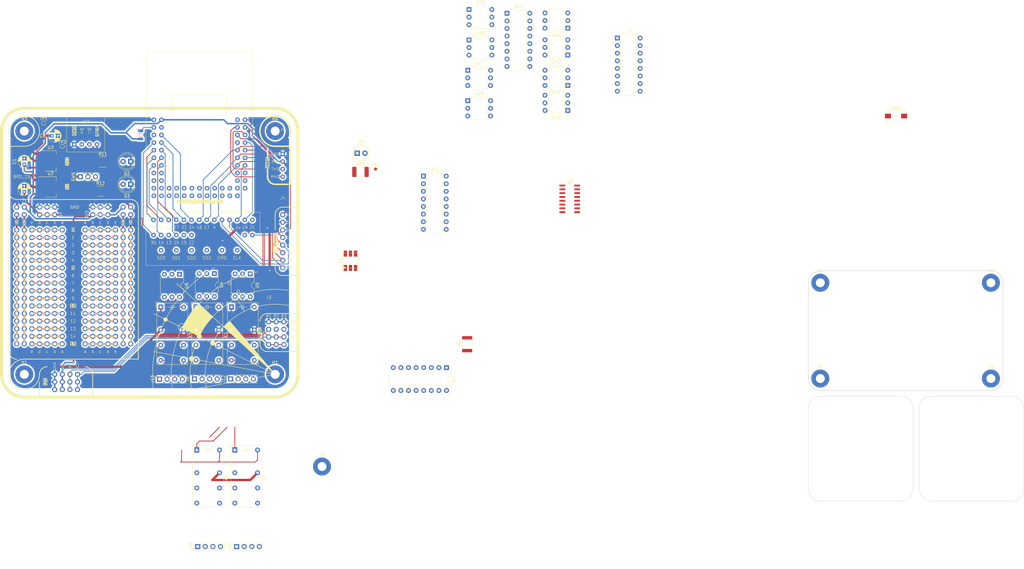
<source format=kicad_pcb>
(kicad_pcb (version 20240108) (generator "pcbnew") (generator_version "8.0")
  (title_block (title "ESP32-WROOM-32D Automation Board") (date "2024-01-15") (rev "v1.10") (company "CEGEP Heritage College") (comment 1 "Alexander Bobkov"))
  (layers (0 "F.Cu" signal) (31 "B.Cu" signal) (34 "B.Paste" user) (35 "F.Paste" user) (36 "B.SilkS" user "B.Silkscreen") (37 "F.SilkS" user "F.Silkscreen") (38 "B.Mask" user) (39 "F.Mask" user) (44 "Edge.Cuts" user))
  (net 0 "")
  (net 1 "+3V3")
  (net 2 "GND")
  (net 3 "+5V")
  (net 4 "Net-(D2-Pad2)")
  (net 5 "Net-(D3-Pad2)")
  (net 6 "/VP")
  (net 7 "Net-(U1-O1)")
  (net 8 "Net-(D1-AB)")
  (net 9 "Net-(U4-Pad2)")
  (net 18 "Net-(J9-Pin_1)")
  (net 19 "Net-(J9-Pin_2)")
  (net 20 "Net-(J9-Pin_3)")
  (net 21 "Net-(J9-Pin_4)")
  (net 22 "Net-(U1-O2)")
  (net 23 "Net-(J10-Pin_1)")
  (net 24 "Net-(J10-Pin_2)")
  (net 25 "Net-(J10-Pin_3)")
  (net 26 "Net-(J10-Pin_4)")
  (net 27 "Net-(J11-Pin_1)")
  (net 28 "Net-(J11-Pin_2)")
  (net 29 "Net-(J11-Pin_3)")
  (net 30 "Net-(J11-Pin_4)")
  (net 31 "Net-(U5-Pad2)")
  (net 32 "VDC")
  (net 33 "Net-(J12-Pin_1)")
  (net 34 "Net-(J12-Pin_2)")
  (net 35 "Net-(J12-Pin_3)")
  (net 36 "Net-(J12-Pin_4)")
  (net 37 "Net-(K1-PadA2)")
  (net 38 "Net-(K4-PadA2)")
  (net 39 "unconnected-(U1-O3-Pad14)")
  (net 46 "Net-(J13-Pin_1)")
  (net 47 "Net-(J13-Pin_2)")
  (net 48 "Net-(J13-Pin_3)")
  (net 49 "Net-(J13-Pin_4)")
  (net 50 "Net-(K5-PadA2)")
  (net 90 "/VN")
  (net 93 "Net-(R3-Pad1)")
  (net 94 "Net-(R4-Pad1)")
  (net 96 "Net-(R5-Pad1)")
  (net 102 "/EN")
  (net 103 "/I1")
  (net 104 "/I2")
  (net 105 "/I3")
  (net 115 "Net-(R6-Pad1)")
  (net 116 "/I4")
  (net 118 "Net-(R7-Pad1)")
  (net 120 "/I5")
  (net 123 "/I6")
  (net 124 "Net-(R8-Pad1)")
  (net 127 "/I7")
  (net 129 "Net-(R9-Pad1)")
  (net 132 "/I8")
  (net 133 "Net-(R10-Pad1)")
  (net 135 "VBUS")
  (net 136 "/SW3")
  (net 138 "Net-(D4-Pad2)")
  (net 139 "/SW8")
  (net 140 "/SW5")
  (net 145 "/SW7")
  (net 148 "/SW6")
  (net 149 "/CLK")
  (net 150 "/SD2")
  (net 151 "/CMD")
  (net 152 "/SD3")
  (net 153 "/SD1")
  (net 154 "/SD0")
  (net 155 "/SCL")
  (net 156 "/SDA")
  (net 157 "/IO4")
  (net 158 "/IO18")
  (net 159 "/IO17")
  (net 160 "/IO5")
  (net 161 "/IO23")
  (net 162 "/IO16")
  (net 163 "/IO22")
  (net 164 "/IO0")
  (net 165 "/IO14")
  (net 166 "/IO33")
  (net 167 "/IO12")
  (net 168 "/IO34")
  (net 169 "/IO26")
  (net 170 "/IO27")
  (net 171 "/IO19")
  (net 172 "/IO32")
  (net 173 "/IO2")
  (net 174 "/IO25")
  (net 175 "/IO35")
  (net 176 "/IO13")
  (net 177 "/IO21")
  (net 178 "/IO15")
  (net 179 "/TXD0")
  (net 180 "/RXD0")
  (net 181 "3V3")
  (net 182 "5V")
  (net 185 "Net-(D5-A)")
  (net 186 "/mounting-board/PRG")
  (footprint "Alexander Footprint Library:USB-C" (layer "F.Cu") (at 47.15 60.3275 -90)
    (property "Reference" "J22")
    (property "Value" "USB-C")
  )
  (footprint "Connector_PinHeader_2.54mm:PinHeader_1x04_P2.54mm_Vertical" (layer "F.Cu") (at 101.95 141.25 90)
    (property "Reference" "J12")
    (property "Value" "Conn_01x04_Socket")
  )
  (footprint "Package_DIP:DIP-16_W7.62mm" (layer "F.Cu") (at 174.1 137.47 -90)
    (property "Reference" "U1")
    (property "Value" "ULN2003")
  )
  (footprint "Package_DIP:DIP-6_W7.62mm" (layer "F.Cu") (at 96.525 106.04 -90)
    (property "Reference" "U4")
    (property "Value" "4N35")
  )
  (footprint "Package_SO:SOIC-16_3.9x9.9mm_P1.27mm" (layer "F.Cu") (at 215.275 81.055)
    (property "Reference" "U8")
    (property "Value" "CH343G")
  )
  (footprint "Package_DIP:DIP-6_W7.62mm" (layer "F.Cu") (at 214.62 51.525 180)
    (property "Reference" "U10")
    (property "Value" "4N35")
  )
  (footprint "Relay_THT:Relay_DPDT_Finder_30.22" (layer "F.Cu") (at 102.25 117.22 -90)
    (property "Reference" "K4")
    (property "Value" "Relay_DPDT")
  )
  (footprint "MountingHole:MountingHole_3mm_Pad_TopBottom" (layer "F.Cu") (at 33.02 139.7)
    (property "Reference" "H1")
    (property "Value" "MountingHole")
  )
  (footprint "Package_TO_SOT_SMD:SOT-223-3_TabPin2" (layer "F.Cu") (at 41.8 68.34)
    (property "Reference" "U3")
    (property "Value" "MAX1726EUK33")
  )
  (footprint "MountingHole:MountingHole_3mm_Pad" (layer "F.Cu") (at 356 141.1)
    (property "Reference" "H8")
    (property "Value" "MountingHole_Pad")
  )
  (footprint "LED_THT:LED_D5.0mm" (layer "F.Cu") (at 68.58 68.58 180)
    (property "Reference" "D2")
    (property "Value" "LED")
  )
  (footprint "Alexander Footprints Library:Conn_UART" (layer "F.Cu") (at 119.38 58.42)
    (property "Reference" "J6")
    (property "Value" "UART")
  )
  (footprint "Alexander Footprint Library:ESP32-WROOM-32D-Interface_2" (layer "F.Cu") (at 91.44 105.87)
    (property "Reference" "J5")
    (property "Value" "~")
  )
  (footprint "MountingHole:MountingHole_3mm_Pad_TopBottom" (layer "F.Cu") (at 116.84 139.7)
    (property "Reference" "H1")
    (property "Value" "MountingHole")
  )
  (footprint "Package_DIP:CERDIP-16_W7.62mm_SideBrazed" (layer "F.Cu") (at 166.38 73.47)
    (property "Reference" "U9")
    (property "Value" "74HC165")
  )
  (footprint "Package_DIP:DIP-6_W7.62mm" (layer "F.Cu") (at 181.62 17.795)
    (property "Reference" "U15")
    (property "Value" "4N35")
  )
  (footprint "Capacitor_THT:CP_Radial_D4.0mm_P2.00mm" (layer "F.Cu") (at 42.2074 59.9874)
    (property "Reference" "C3")
    (property "Value" "1uF")
  )
  (footprint "Capacitor_THT:CP_Radial_D4.0mm_P2.00mm" (layer "F.Cu") (at 33.02 78.74 90)
    (property "Reference" "C2")
    (property "Value" "1uF")
  )
  (footprint "Package_DIP:DIP-6_W7.62mm" (layer "F.Cu") (at 214.62 33.005 180)
    (property "Reference" "U12")
    (property "Value" "4N35")
  )
  (footprint "MountingHole:MountingHole_3mm_Pad_TopBottom" (layer "F.Cu") (at 132.5 170.5)
    (property "Reference" "H2")
    (property "Value" "MountingHole")
  )
  (footprint "Package_DIP:DIP-6_W7.62mm" (layer "F.Cu") (at 181.62 27.955)
    (property "Reference" "U16")
    (property "Value" "4N35")
  )
  (footprint "Connector_PinHeader_2.54mm:PinHeader_1x04_P2.54mm_Vertical" (layer "F.Cu") (at 89.88 141.25 90)
    (property "Reference" "J9")
    (property "Value" "Conn_01x04_Socket")
  )
  (footprint "Capacitor_SMD:C_1812_4532Metric" (layer "F.Cu") (at 58.5 78.5)
    (property "Reference" "R12")
    (property "Value" "R")
  )
  (footprint "Connector_PinHeader_2.54mm:PinHeader_1x04_P2.54mm_Vertical" (layer "F.Cu") (at 103.95 197.25 90)
    (property "Reference" "J11")
    (property "Value" "Conn_01x04_Socket")
  )
  (footprint "TestPoint:TestPoint_Pad_D1.0mm" (layer "F.Cu") (at 39.5 55.75)
    (property "Reference" "TP1")
    (property "Value" "VDC")
  )
  (footprint "Alexander Footprints Library:Conn_I2C_3" (layer "F.Cu") (at 35.56 144.78 90)
    (property "Reference" "J2")
    (property "Value" "I2C")
  )
  (footprint "Package_DIP:DIP-6_W7.62mm" (layer "F.Cu") (at 214.62 43.165 180)
    (property "Reference" "U11")
    (property "Value" "4N35")
  )
  (footprint "TestPoint:TestPoint_Pad_D1.0mm" (layer "F.Cu") (at 45.72 63.5)
    (property "Reference" "TP2")
    (property "Value" "GND")
  )
  (footprint "Package_DIP:DIP-6_W7.62mm" (layer "F.Cu") (at 214.62 24.025 180)
    (property "Reference" "U14")
    (property "Value" "4N35")
  )
  (footprint "LED_THT:LED_D5.0mm" (layer "F.Cu") (at 144.3 65.8)
    (property "Reference" "D4")
    (property "Value" "LED")
  )
  (footprint "Capacitor_THT:CP_Radial_D4.0mm_P2.00mm" (layer "F.Cu") (at 33.02 69.5526 90)
    (property "Reference" "C1")
    (property "Value" "1uF")
  )
  (footprint "Package_DIP:CERDIP-16_W7.62mm_SideBrazed" (layer "F.Cu") (at 194.315 19.05)
    (property "Reference" "U13")
    (property "Value" "74HC165")
  )
  (footprint "Package_DIP:DIP-6_W7.62mm" (layer "F.Cu") (at 84.905 106.25 -90)
    (property "Reference" "U6")
    (property "Value" "4N35")
  )
  (footprint "MountingHole:MountingHole_3mm_Pad_TopBottom" (layer "F.Cu") (at 33.02 58.42)
    (property "Reference" "H3")
    (property "Value" "MountingHole")
  )
  (footprint "Resistor_SMD:R_1812_4532Metric" (layer "F.Cu") (at 181 129.6375 90)
    (property "Reference" "R2")
    (property "Value" "4k7")
  )
  (footprint "Package_TO_SOT_SMD:SOT-223-3_TabPin2" (layer "F.Cu") (at 41.8 77.1)
    (property "Reference" "U2")
    (property "Value" "MAX1726EUK50")
  )
  (footprint "Package_DIP:CERDIP-16_W7.62mm_SideBrazed" (layer "F.Cu") (at 231.18 27.32)
    (property "Reference" "U7")
    (property "Value" "74LS595")
  )
  (footprint "Alexander Footprints Library:Conn_ePaper" (layer "F.Cu") (at 119.38 81.28)
    (property "Reference" "J4")
    (property "Value" "e-Paper")
  )
  (footprint "MountingHole:MountingHole_3mm_Pad_TopBottom" (layer "F.Cu") (at 116.84 58.42)
    (property "Reference" "H4")
    (property "Value" "MountingHole")
  )
  (footprint "LED_THT:LED_D5.0mm" (layer "F.Cu") (at 68.58 76.2 180)
    (property "Reference" "D3")
    (property "Value" "LED")
  )
  (footprint "Alexander Footprints Library:Conn_I2C_3" (layer "F.Cu") (at 114.67 114.51)
    (property "Reference" "J3")
    (property "Value" "I2C")
  )
  (footprint "Package_DIP:DIP-6_W7.62mm" (layer "F.Cu") (at 181.2 38.1)
    (property "Reference" "U17")
    (property "Value" "4N35")
  )
  (footprint "Capacitor_SMD:C_1812_4532Metric" (layer "F.Cu") (at 145.35 72.05)
    (property "Reference" "R13")
    (property "Value" "R")
  )
  (footprint "Relay_THT:Relay_DPDT_Finder_30.22" (layer "F.Cu") (at 90.65 164.96 -90)
    (property "Reference" "K2")
    (property "Value" "Relay_DPDT")
  )
  (footprint "Alexander Footprints Library:BreadBoard_15x12" (layer "F.Cu") (at 27.94 134.62)
    (property "Reference" "BRD_15x1")
    (property "Value" "BreadBoard_15x12")
  )
  (footprint "Package_DIP:DIP-6_W7.62mm" (layer "F.Cu") (at 108.525 106.12 -90)
    (property "Reference" "U5")
    (property "Value" "4N35")
  )
  (footprint "Connector_PinHeader_2.54mm:PinHeader_1x04_P2.54mm_Vertical" (layer "F.Cu") (at 78.2 141.3 90)
    (property "Reference" "J13")
    (property "Value" "Conn_01x04_Socket")
  )
  (footprint "Capacitor_SMD:C_1812_4532Metric" (layer "F.Cu") (at 59.25 68.75)
    (property "Reference" "R11")
    (property "Value" "R")
  )
  (footprint "MountingHole:MountingHole_3mm_Pad" (layer "F.Cu") (at 299 141.1)
    (property "Reference" "H5")
    (property "Value" "MountingHole_Pad")
  )
  (footprint "Relay_THT:Relay_DPDT_Finder_30.22" (layer "F.Cu") (at 90.38 117.22 -90)
    (property "Reference" "K1")
    (property "Value" "Relay_DPDT")
  )
  (footprint "Connector_PinHeader_2.54mm:PinHeader_1x03_P2.54mm_Vertical" (layer "F.Cu") (at 51.725 73.66 90)
    (property "Reference" "SW5")
    (property "Value" "PWR")
  )
  (footprint "MountingHole:MountingHole_3mm_Pad" (layer "F.Cu") (at 356 109.1)
    (property "Reference" "H7")
    (property "Value" "MountingHole_Pad")
  )
  (footprint "Connector_PinHeader_2.54mm:PinHeader_1x04_P2.54mm_Vertical" (layer "F.Cu") (at 90.95 197.25 90)
    (property "Reference" "J10")
    (property "Value" "Conn_01x04_Socket")
  )
  (footprint "Package_DIP:DIP-6_W7.62mm" (layer "F.Cu") (at 181.2 48.275)
    (property "Reference" "U18")
    (property "Value" "4N35")
  )
  (footprint "Alexander Footprints Library:ESP32-WROOM-Adapter-Socket" (layer "F.Cu") (at 91.55 62.26)
    (property "Reference" "J8")
    (property "Value" "~")
  )
  (footprint "LED_SMD:LED_5050-6" (layer "F.Cu") (at 142 101.75 90)
    (property "Reference" "D1")
    (property "Value" "LED_SMD_5050")
  )
  (footprint "Button_Switch_SMD:SW_SPST_EVQPE1" (layer "F.Cu") (at 324.3 53.4)
    (property "Reference" "SW6")
    (property "Value" "PRG")
  )
  (footprint "Relay_THT:Relay_DPDT_Finder_30.22" (layer "F.Cu") (at 78.63 117.25 -90)
    (property "Reference" "K5")
    (property "Value" "Relay_DPDT")
  )
  (footprint "TestPoint:TestPoint_Pad_D1.0mm" (layer "F.Cu") (at 150.4 71.1)
    (property "Reference" "TP1")
    (property "Value" "VDC")
  )
  (footprint "Relay_THT:Relay_DPDT_Finder_30.22" (layer "F.Cu") (at 103.35 164.96 -90)
    (property "Reference" "K3")
    (property "Value" "Relay_DPDT")
  )
  (footprint "MountingHole:MountingHole_3mm_Pad" (layer "F.Cu") (at 299 109.1)
    (property "Reference" "H6")
    (property "Value" "MountingHole_Pad")
  )
  (footprint "Alexander Footprints Library:STA_RMCF1206_STP-L" (layer "B.Cu") (at 71.9 59.6716 90)
    (property "Reference" "R1")
    (property "Value" "10K")
  )
  (gr_line (start 114.3 119.38) (end 124.46 119.38) (stroke (width 0.25)) (layer "F.SilkS"))
  (gr_arc (start 38.1 139.7) (mid 29.427898 143.292102) (end 33.02 134.62) (stroke (width 0.25)) (layer "F.SilkS"))
  (gr_line (start 55.88 139.7) (end 55.88 147.32) (stroke (width 0.25)) (layer "F.SilkS"))
  (gr_line (start 68.58 81.28) (end 30.48 81.28) (stroke (width 0.25)) (layer "F.SilkS"))
  (gr_line (start 124.466228 58.42) (end 124.46 139.7) (stroke (width 1)) (layer "F.SilkS"))
  (gr_line (start 114.3 64) (end 114.3 67.25) (stroke (width 0.5)) (layer "F.SilkS"))
  (gr_arc (start 68.58 81.28) (mid 70.376051 82.023949) (end 71.12 83.82) (stroke (width 0.25)) (layer "F.SilkS"))
  (gr_line (start 116.84 104.14) (end 116.84 99.06) (stroke (width 0.25)) (layer "F.SilkS"))
  (gr_arc (start 116.531846 50.8) (mid 122.122486 52.919572) (end 124.466228 58.42) (stroke (width 1)) (layer "F.SilkS"))
  (gr_line (start 33.02 147.32) (end 116.84 147.32) (stroke (width 1)) (layer "F.SilkS"))
  (gr_line (start 119.38 106.68) (end 124.46 106.68) (stroke (width 0.25)) (layer "F.SilkS"))
  (gr_line (start 27.94 63.5) (end 33.02 63.5) (stroke (width 0.25)) (layer "F.SilkS"))
  (gr_line (start 116.84 86.36) (end 116.84 91.44) (stroke (width 0.25)) (layer "F.SilkS"))
  (gr_circle (center 107.03 114.25) (end 107.03 113.75) (stroke (width 0.15)) (fill none) (layer "F.SilkS"))
  (gr_arc (start 124.46 139.7) (mid 122.228154 145.088154) (end 116.84 147.32) (stroke (width 1)) (layer "F.SilkS"))
  (gr_line (start 55.88 147.32) (end 40.64 147.32) (stroke (width 0.15)) (layer "F.SilkS"))
  (gr_arc (start 68.58 81.28) (mid 70.376051 82.023949) (end 71.12 83.82) (stroke (width 0.15)) (layer "F.SilkS"))
  (gr_circle (center 96 129.25) (end 96.75 129.25) (stroke (width 0.15)) (fill solid) (layer "F.SilkS"))
  (gr_arc (start 116.84 76.2) (mid 115.043949 75.456051) (end 114.3 73.66) (stroke (width 0.5)) (layer "F.SilkS"))
  (gr_line (start 119.38 83.82) (end 124.46 83.82) (stroke (width 0.25)) (layer "F.SilkS"))
  (gr_line (start 116.84 139.7) (end 83.82 109.22) (stroke (width 0.15)) (layer "F.SilkS"))
  (gr_arc (start 82.5 145) (mid 88.646929 119.390487) (end 110.991322 105.449182) (stroke (width 0.15)) (layer "F.SilkS"))
  (gr_line (start 116.84 139.7) (end 76.2 119.38) (stroke (width 0.15)) (layer "F.SilkS"))
  (gr_arc (start 30.48 81.28) (mid 28.683949 80.536051) (end 27.94 78.74) (stroke (width 0.25)) (layer "F.SilkS"))
  (gr_line (start 114.3 132.08) (end 124.46 132.08) (stroke (width 0.25)) (layer "F.SilkS"))
  (gr_circle (center 91.5 127) (end 92.25 127) (stroke (width 0.15)) (fill solid) (layer "F.SilkS"))
  (gr_poly (pts (xy 99.75 123.75) (xy 101.6 121.92) (xy 116.84 139.7)) (stroke (width 0.15)) (fill solid) (layer "F.SilkS"))
  (gr_arc (start 53.34 137.16) (mid 55.136051 137.903949) (end 55.88 139.7) (stroke (width 0.25)) (layer "F.SilkS"))
  (gr_arc (start 111.76 121.92) (mid 112.503949 120.123949) (end 114.3 119.38) (stroke (width 0.25)) (layer "F.SilkS"))
  (gr_line (start 27.94 78.74) (end 27.94 63.5) (stroke (width 0.25)) (layer "F.SilkS"))
  (gr_arc (start 38.1 139.7) (mid 38.843949 137.903949) (end 40.64 137.16) (stroke (width 0.25)) (layer "F.SilkS"))
  (gr_line (start 111.76 129.54) (end 111.76 127) (stroke (width 0.25)) (layer "F.SilkS"))
  (gr_arc (start 88.9 144.78) (mid 96.759537 119.619537) (end 121.92 111.76) (stroke (width 0.15)) (layer "F.SilkS"))
  (gr_line (start 38.1 147.32) (end 38.1 142.24) (stroke (width 0.25)) (layer "F.SilkS"))
  (gr_arc (start 38.1 58.42) (mid 36.612102 62.012102) (end 33.02 63.5) (stroke (width 0.25)) (layer "F.SilkS"))
  (gr_line (start 33.02 134.62) (end 71.12 134.62) (stroke (width 0.25)) (layer "F.SilkS"))
  (gr_arc (start 76.2 144.78) (mid 80.207599 121.3838) (end 96.52 104.14) (stroke (width 0.15)) (layer "F.SilkS"))
  (gr_line (start 27.94 83.82) (end 27.94 132.08) (stroke (width 0.25)) (layer "F.SilkS"))
  (gr_arc (start 119.38 106.68) (mid 117.583949 105.936051) (end 116.84 104.14) (stroke (width 0.25)) (layer "F.SilkS"))
  (gr_poly (pts (xy 85.75 124) (xy 91.5 127) (xy 92.75 124.5) (xy 94 122.75) (xy 95.25 121.25) (xy 96 120.5) (xy 91.25 116) (xy 88.5 119.5)) (stroke (width 0.15)) (fill solid) (layer "F.SilkS"))
  (gr_line (start 114.3 73.66) (end 114.3 71.12) (stroke (width 0.5)) (layer "F.SilkS"))
  (gr_circle (center 80.207599 121.3838) (end 80.842816 121.3838) (stroke (width 0.15)) (fill solid) (layer "F.SilkS"))
  (gr_line (start 116.84 139.7) (end 88.9 144.78) (stroke (width 0.15)) (layer "F.SilkS"))
  (gr_arc (start 116.84 86.36) (mid 117.583949 84.563949) (end 119.38 83.82) (stroke (width 0.25)) (layer "F.SilkS"))
  (gr_line (start 116.84 139.7) (end 101.6 121.92) (stroke (width 0.15)) (layer "F.SilkS"))
  (gr_line (start 121.92 63.499999) (end 121.92 76.2) (stroke (width 0.5)) (layer "F.SilkS"))
  (gr_arc (start 93.980001 144.78) (mid 100.281227 123.141227) (end 121.92 116.840001) (stroke (width 0.15)) (layer "F.SilkS"))
  (gr_circle (center 85.75 124) (end 86 125.25) (stroke (width 0.15)) (fill none) (layer "F.SilkS"))
  (gr_circle (center 101.6 109.22) (end 101.78 108.75) (stroke (width 0.15)) (fill none) (layer "F.SilkS"))
  (gr_line (start 116.84 63.5) (end 121.92 63.499999) (stroke (width 0.5)) (layer "F.SilkS"))
  (gr_circle (center 89 134.5) (end 89.790569 134.5) (stroke (width 0.15)) (fill solid) (layer "F.SilkS"))
  (gr_line (start 71.12 83.82) (end 71.12 134.62) (stroke (width 0.25)) (layer "F.SilkS"))
  (gr_arc (start 33.02 147.32) (mid 27.631846 145.088154) (end 25.4 139.7) (stroke (width 1)) (layer "F.SilkS"))
  (gr_circle (center 104.53 112) (end 104.53 111.5) (stroke (width 0.15)) (fill none) (layer "F.SilkS"))
  (gr_arc (start 28.47631 60.691845) (mid 31.852856 53.475894) (end 38.1 58.42) (stroke (width 0.25)) (layer "F.SilkS"))
  (gr_circle (center 88.9 144.78) (end 88.9 144.78) (stroke (width 0.15)) (fill none) (layer "F.SilkS"))
  (gr_arc (start 116.84 63.5) (mid 114.169286 54.098694) (end 121.38369 60.691845) (stroke (width 0.5)) (layer "F.SilkS"))
  (gr_arc (start 25.4 58.42) (mid 27.631846 53.031846) (end 33.02 50.8) (stroke (width 1)) (layer "F.SilkS"))
  (gr_line (start 106.5 118.75) (end 104.14 114.3) (stroke (width 0.15)) (layer "F.SilkS"))
  (gr_line (start 116.84 139.7) (end 76.2 132.08) (stroke (width 0.15)) (layer "F.SilkS"))
  (gr_arc (start 30.48 134.62) (mid 28.683949 133.876051) (end 27.94 132.08) (stroke (width 0.25)) (layer "F.SilkS"))
  (gr_line (start 116.84 76.2) (end 121.92 76.2) (stroke (width 0.5)) (layer "F.SilkS"))
  (gr_arc (start 114.3 132.08) (mid 112.503949 131.336051) (end 111.76 129.54) (stroke (width 0.25)) (layer "F.SilkS"))
  (gr_line (start 25.4 58.42) (end 25.4 139.7) (stroke (width 1)) (layer "F.SilkS"))
  (gr_line (start 116.531846 50.8) (end 33.02 50.8) (stroke (width 1)) (layer "F.SilkS"))
  (gr_arc (start 299 145.1) (mid 296.171573 143.928427) (end 295 141.1) (stroke (width 0.15)) (layer "Edge.Cuts"))
  (gr_line (start 116.84 50.8) (end 33.02 50.8) (stroke (width 0.1)) (layer "Edge.Cuts"))
  (gr_line (start 336.028427 182.028427) (end 363.028427 182.028427) (stroke (width 0.1)) (layer "Edge.Cuts"))
  (gr_arc (start 330 178) (mid 328.828427 180.828427) (end 326 182) (stroke (width 0.1)) (layer "Edge.Cuts"))
  (gr_line (start 299 145.1) (end 356 145.1) (stroke (width 0.15)) (layer "Edge.Cuts"))
  (gr_arc (start 326 147) (mid 328.828427 148.171573) (end 330 151) (stroke (width 0.1)) (layer "Edge.Cuts"))
  (gr_arc (start 25.4 58.42) (mid 27.631846 53.031846) (end 33.02 50.8) (stroke (width 0.1)) (layer "Edge.Cuts"))
  (gr_arc (start 367.028427 178.028427) (mid 365.856854 180.856854) (end 363.028427 182.028427) (stroke (width 0.1)) (layer "Edge.Cuts"))
  (gr_line (start 367.028427 151.028427) (end 367.028427 178.028427) (stroke (width 0.1)) (layer "Edge.Cuts"))
  (gr_line (start 332.028427 151.028427) (end 332.028427 178.028427) (stroke (width 0.1)) (layer "Edge.Cuts"))
  (gr_arc (start 33.02 147.32) (mid 27.631846 145.088154) (end 25.4 139.7) (stroke (width 0.1)) (layer "Edge.Cuts"))
  (gr_arc (start 295 151) (mid 296.171573 148.171573) (end 299 147) (stroke (width 0.1)) (layer "Edge.Cuts"))
  (gr_line (start 336.028427 147.028427) (end 363.028427 147.028427) (stroke (width 0.1)) (layer "Edge.Cuts"))
  (gr_line (start 124.46 58.42) (end 124.46 139.7) (stroke (width 0.1)) (layer "Edge.Cuts"))
  (gr_arc (start 295 109.1) (mid 296.171573 106.271573) (end 299 105.1) (stroke (width 0.15)) (layer "Edge.Cuts"))
  (gr_line (start 25.4 58.42) (end 25.4 139.7) (stroke (width 0.1)) (layer "Edge.Cuts"))
  (gr_line (start 356 105.1) (end 299 105.1) (stroke (width 0.15)) (layer "Edge.Cuts"))
  (gr_arc (start 332.028427 151.028427) (mid 333.2 148.2) (end 336.028427 147.028427) (stroke (width 0.1)) (layer "Edge.Cuts"))
  (gr_arc (start 363.028427 147.028427) (mid 365.856854 148.2) (end 367.028427 151.028427) (stroke (width 0.1)) (layer "Edge.Cuts"))
  (gr_line (start 360 141.1) (end 360 109.1) (stroke (width 0.15)) (layer "Edge.Cuts"))
  (gr_arc (start 336.028427 182.028427) (mid 333.2 180.856854) (end 332.028427 178.028427) (stroke (width 0.1)) (layer "Edge.Cuts"))
  (gr_arc (start 116.84 50.8) (mid 122.228154 53.031846) (end 124.46 58.42) (stroke (width 0.1)) (layer "Edge.Cuts"))
  (gr_line (start 330 151) (end 330 178) (stroke (width 0.1)) (layer "Edge.Cuts"))
  (gr_arc (start 299 182) (mid 296.171573 180.828427) (end 295 178) (stroke (width 0.1)) (layer "Edge.Cuts"))
  (gr_line (start 116.84 147.32) (end 33.02 147.32) (stroke (width 0.1)) (layer "Edge.Cuts"))
  (gr_line (start 295 109.1) (end 295 141.1) (stroke (width 0.15)) (layer "Edge.Cuts"))
  (gr_arc (start 356 105.1) (mid 358.828427 106.271573) (end 360 109.1) (stroke (width 0.15)) (layer "Edge.Cuts"))
  (gr_line (start 299 147) (end 326 147) (stroke (width 0.1)) (layer "Edge.Cuts"))
  (gr_line (start 299 182) (end 326 182) (stroke (width 0.1)) (layer "Edge.Cuts"))
  (gr_arc (start 124.46 139.7) (mid 122.228154 145.088154) (end 116.84 147.32) (stroke (width 0.1)) (layer "Edge.Cuts"))
  (gr_arc (start 360 141.1) (mid 358.828427 143.928427) (end 356 145.1) (stroke (width 0.15)) (layer "Edge.Cuts"))
  (gr_line (start 295 151) (end 295 178) (stroke (width 0.1)) (layer "Edge.Cuts"))
  (gr_text "5V" (at 46.75 77.070625 90) (layer "F.SilkS" knockout) (effects (font (size 1 1) (thickness 0.125)) (justify top)))
  (gr_text "3V3" (at 46.75 68.5 90) (layer "F.SilkS" knockout) (effects (font (size 1 1) (thickness 0.125)) (justify top)))
  (segment (start 49.5 132.12) (end 49.5 135.75) (width 0.5) (layer "F.Cu") (net 1))
  (segment (start 55.24 87) (end 55.88 86.36) (width 0.5) (layer "F.Cu") (net 1))
  (segment (start 49.46 132.08) (end 49.5 132.12) (width 0.5) (layer "F.Cu") (net 1))
  (segment (start 121 84.74) (end 121 70.2) (width 0.5) (layer "F.Cu") (net 1))
  (segment (start 34.1074 70.64) (end 38.65 70.64) (width 0.5) (layer "F.Cu") (net 1))
  (segment (start 121 70.2) (end 119.38 68.58) (width 0.5) (layer "F.Cu") (net 1))
  (segment (start 119.38 86.36) (end 121 84.74) (width 0.5) (layer "F.Cu") (net 1))
  (segment (start 33.02 69.5526) (end 34.1074 70.64) (width 0.5) (layer "F.Cu") (net 1))
  (segment (start 49.46 132.08) (end 49.46 87.665) (width 0.5) (layer "F.Cu") (net 1))
  (segment (start 49.46 87.665) (end 50.125 87) (width 0.5) (layer "F.Cu") (net 1))
  (segment (start 50.125 87) (end 55.24 87) (width 0.5) (layer "F.Cu") (net 1))
  (via (at 49.5 135.75) (size 0.8) (drill 0.4) (layers "F.Cu" "B.Cu") (net 1))
  (segment (start 71.9 61.0432) (end 69.1432 61.0432) (width 0.5) (layer "B.Cu") (net 1))
  (segment (start 46.75 135.75) (end 45.72 136.78) (width 0.5) (layer "B.Cu") (net 1))
  (segment (start 33.02 71.52) (end 33.5 72) (width 0.5) (layer "B.Cu") (net 1))
  (segment (start 77.588 55.902) (end 69.898 55.902) (width 0.5) (layer "B.Cu") (net 1))
  (segment (start 36 66.5726) (end 36 72.75) (width 0.5) (layer "B.Cu") (net 1))
  (segment (start 40 59) (end 40 62.5726) (width 0.5) (layer "B.Cu") (net 1))
  (segment (start 33.02 69.5526) (end 33.0526 69.5526) (width 0.5) (layer "B.Cu") (net 1))
  (segment (start 43 56) (end 40 59) (width 0.5) (layer "B.Cu") (net 1))
  (segment (start 63.5 86.36) (end 55.88 86.36) (width 0.5) (layer "B.Cu") (net 1))
  (segment (start 107.668 55.918) (end 100.918 55.918) (width 0.5) (layer "B.Cu") (net 1))
  (segment (start 112.59 126.75) (end 73.585786 126.75) (width 0.25) (layer "B.Cu") (net 1))
  (segment (start 60.625 57.625) (end 59 56) (width 0.5) (layer "B.Cu") (net 1))
  (segment (start 67.1 59) (end 64.5 59) (width 0.5) (layer "B.Cu") (net 1))
  (segment (start 36.91 87.71) (end 34.1 84.9) (width 0.5) (layer "B.Cu") (net 1))
  (segment (start 73.585786 126.75) (end 62.585786 137.75) (width 0.25) (layer "B.Cu") (net 1))
  (segment (start 62 59) (end 60.25 57.25) (width 0.5) (layer "B.Cu") (net 1))
  (segment (start 69.898 55.902) (end 67.1 58.7) (width 0.5) (layer "B.Cu") (net 1))
  (segment (start 66.04 83.82) (end 63.5 86.36) (width 0.5) (layer "B.Cu") (net 1))
  (segment (start 40 62.5726) (end 36 66.5726) (width 0.5) (layer "B.Cu") (net 1))
  (segment (start 69.1432 61.0432) (end 67.1 59) (width 0.5) (layer "B.Cu") (net 1))
  (segment (start 46.47 137.75) (end 45.72 138.5) (width 0.25) (layer "B.Cu") (net 1))
  (segment (start 67.1 58.7) (end 67.1 59) (width 0.5) (layer "B.Cu") (net 1))
  (segment (start 109.25 60) (end 109.25 57.5) (width 0.5) (layer "B.Cu") (net 1))
  (segment (start 55.88 86.36) (end 54.53 87.71) (width 0.5) (layer "B.Cu") (net 1))
  (segment (start 119.38 68.58) (end 117.83 68.58) (width 0.5) (layer "B.Cu") (net 1))
  (segment (start 36 79.5) (end 34.975 80.525) (width 0.5) (layer "B.Cu") (net 1))
  (segment (start 33.02 83.73) (end 33.02 83.82) (width 0.5) (layer "B.Cu") (net 1))
  (segment (start 35.5 72) (end 36 72.5) (width 0.5) (layer "B.Cu") (net 1))
  (segment (start 100.918 55.918) (end 99.64 54.64) (width 0.5) (layer "B.Cu") (net 1))
  (segment (start 117.83 68.58) (end 109.25 60) (width 0.5) (layer "B.Cu") (net 1))
  (segment (start 54.53 87.71) (end 36.91 87.71) (width 0.5) (layer "B.Cu") (net 1))
  (segment (start 55.86 86.36) (end 55.88 86.36) (width 0.5) (layer "B.Cu") (net 1))
  (segment (start 36 72.5) (end 36 79.5) (width 0.5) (layer "B.Cu") (net 1))
  (segment (start 99.64 54.64) (end 78.85 54.64) (width 0.5) (layer "B.Cu") (net 1))
  (segment (start 64.25 59) (end 64.5 59) (width 0.5) (layer "B.Cu") (net 1))
  (segment (start 45.72 139.7) (end 45.72 144.07) (width 0.5) (layer "B.Cu") (net 1))
  (segment (start 109.25 57.5) (end 107.668 55.918) (width 0.5) (layer "B.Cu") (net 1))
  (segment (start 34.975 80.525) (end 34.975 85.775) (width 0.5) (layer "B.Cu") (net 1))
  (segment (start 78.85 54.64) (end 77.588 55.902) (width 0.5) (layer "B.Cu") (net 1))
  (segment (start 33.5 72) (end 35.5 72) (width 0.5) (layer "B.Cu") (net 1))
  (segment (start 33.02 69.5526) (end 33.02 71.52) (width 0.5) (layer "B.Cu") (net 1))
  (segment (start 119.312039 68.647961) (end 119.38 68.58) (width 0.25) (layer "B.Cu") (net 1))
  (segment (start 59 56) (end 43 56) (width 0.5) (layer "B.Cu") (net 1))
  (segment (start 62.585786 137.75) (end 46.47 137.75) (width 0.25) (layer "B.Cu") (net 1))
  (segment (start 114.67 124.67) (end 112.59 126.75) (width 0.25) (layer "B.Cu") (net 1))
  (segment (start 49.5 135.75) (end 46.75 135.75) (width 0.5) (layer "B.Cu") (net 1))
  (segment (start 64.5 59) (end 62 59) (width 0.5) (layer "B.Cu") (net 1))
  (segment (start 34.1 84.9) (end 33.02 83.82) (width 0.5) (layer "B.Cu") (net 1))
  (segment (start 45.72 136.78) (end 45.72 139.7) (width 0.5) (layer "B.Cu") (net 1))
  (segment (start 36.34 68.34) (end 38.65 68.34) (width 0.75) (layer "F.Cu") (net 2))
  (segment (start 45 60.78) (end 45 62.78) (width 0.75) (layer "F.Cu") (net 2))
  (segment (start 44.95 77.1) (end 44.1 77.1) (width 0.75) (layer "F.Cu") (net 2))
  (segment (start 44.2074 59.9874) (end 45 60.78) (width 0.75) (layer "F.Cu") (net 2))
  (segment (start 44.95 68.34) (end 38.65 68.34) (width 0.75) (layer "F.Cu") (net 2))
  (segment (start 115 105) (end 115 91.5) (width 0.75) (layer "F.Cu") (net 2))
  (segment (start 100 95) (end 104.25 90.75) (width 0.75) (layer "F.Cu") (net 2))
  (segment (start 44.95 68.34) (end 43.590002 68.34) (width 0.75) (layer "F.Cu") (net 2))
  (segment (start 104.25 90.75) (end 105 90.75) (width 0.75) (layer "F.Cu") (net 2))
  (segment (start 44.95 77.1) (end 43.6 77.1) (width 0.75) (layer "F.Cu") (net 2))
  (segment (start 99.25 95) (end 100 95) (width 0.75) (layer "F.Cu") (net 2))
  (segment (start 114.51 122.13) (end 114.67 122.13) (width 0.25) (layer "F.Cu") (net 2))
  (segment (start 33.02 76.74) (end 35.49 76.74) (width 0.75) (layer "F.Cu") (net 2))
  (segment (start 33.02 67.5526) (end 35.5526 67.5526) (width 0.75) (layer "F.Cu") (net 2))
  (segment (start 35.85 77.1) (end 38.65 77.1) (width 0.75) (layer "F.Cu") (net 2))
  (segment (start 58.5 83.75) (end 58.57 83.82) (width 0.5) (layer "F.Cu") (net 2))
  (segment (start 40.5 83.75) (end 40.57 83.82) (width 0.5) (layer "F.Cu") (net 2))
  (segment (start 43.25 83.75) (end 43.32 83.82) (width 0.5) (layer "F.Cu") (net 2))
  (segment (start 43.18 83.82) (end 43.25 83.75) (width 0.5) (layer "F.Cu") (net 2))
  (segment (start 44.95 68.34) (end 44.09 68.34) (width 0.75) (layer "F.Cu") (net 2))
  (segment (start 56 83.75) (end 56.07 83.82) (width 0.5) (layer "F.Cu") (net 2))
  (segment (start 58.43 83.82) (end 58.5 83.75) (width 0.5) (layer "F.Cu") (net 2))
  (segment (start 55.93 83.82) (end 56 83.75) (width 0.5) (layer "F.Cu") (net 2))
  (segment (start 35.49 76.74) (end 35.85 77.1) (width 0.75) (layer "F.Cu") (net 2))
  (segment (start 35.5526 67.5526) (end 36.34 68.34) (width 0.75) (layer "F.Cu") (net 2))
  (segment (start 115 91.5) (end 114.25 90.75) (width 0.75) (layer "F.Cu") (net 2))
  (segment (start 45 62.78) (end 45.72 63.5) (width 0.75) (layer "F.Cu") (net 2))
  (segment (start 61 83.75) (end 60.96 83.82) (width 0.5) (layer "F.Cu") (net 2))
  (segment (start 40.43 83.82) (end 40.5 83.75) (width 0.5) (layer "F.Cu") (net 2))
  (segment (start 38.65 77.1) (end 44.95 77.1) (width 0.75) (layer "F.Cu") (net 2))
  (via (at 105 90.75) (size 0.8) (drill 0.4) (layers "F.Cu" "B.Cu") (net 2))
  (via (at 99.25 95) (size 0.8) (drill 0.4) (layers "F.Cu" "B.Cu") (net 2))
  (via (at 114.25 90.75) (size 0.8) (drill 0.4) (layers "F.Cu" "B.Cu") (net 2))
  (via (at 115 105) (size 0.8) (drill 0.4) (layers "F.Cu" "B.Cu") (net 2))
  (segment (start 76.31 54.64) (end 68.125 54.64) (width 0.75) (layer "B.Cu") (net 2))
  (segment (start 72.5 115.75) (end 72.5 118) (width 0.25) (layer "F.Cu") (net 3))
  (segment (start 30.48 82.804) (end 31.496 81.788) (width 0.5) (layer "F.Cu") (net 3))
  (segment (start 43.18 86.36) (end 45.14 86.36) (width 0.5) (layer "F.Cu") (net 3))
  (segment (start 78.63 117.25) (end 78.63 118.38) (width 0.25) (layer "F.Cu") (net 3))
  (segment (start 110.97 168.28) (end 110.25 169) (width 0.25) (layer "F.Cu") (net 3))
  (segment (start 90.38 117.22) (end 90.38 118.13) (width 0.25) (layer "F.Cu") (net 3))
  (segment (start 45.14 86.36) (end 49.5 82) (width 0.5) (layer "F.Cu") (net 3))
  (segment (start 85.57 164.96) (end 85.57 168.68) (width 0.25) (layer "F.Cu") (net 3))
  (segment (start 35.12 80.38) (end 36.1 79.4) (width 0.5) (layer "F.Cu") (net 3))
  (segment (start 97.75 169) (end 85.25 169) (width 0.25) (layer "F.Cu") (net 3))
  (segment (start 98.27 168.48) (end 97.75 169) (width 0.25) (layer "F.Cu") (net 3))
  (segment (start 72.5 87.74) (end 68.58 83.82) (width 0.25) (layer "F.Cu") (net 3))
  (segment (start 101.75 119) (end 102.25 118.5) (width 0.25) (layer "F.Cu") (net 3))
  (segment (start 35.12 83.38) (end 35.12 80.38) (width 0.5) (layer "F.Cu") (net 3))
  (segment (start 78.63 118.38) (end 79.25 119) (width 0.25) (layer "F.Cu") (net 3))
  (segment (start 34.417 82.677) (end 35.12 83.38) (width 0.5) (layer "F.Cu") (net 3))
  (segment (start 66.76 82) (end 68.58 83.82) (width 0.5) (layer "F.Cu") (net 3))
  (segment (start 38.1 86.36) (end 43.18 86.36) (width 0.5) (layer "F.Cu") (net 3))
  (segment (start 33.528 81.788) (end 34.417 82.677) (width 0.5) (layer "F.Cu") (net 3))
  (segment (start 49.5 82) (end 66.76 82) (width 0.5) (layer "F.Cu") (net 3))
  (segment (start 78 119) (end 78.63 118.37) (width 0.25) (layer "F.Cu") (net 3))
  (segment (start 79.25 119) (end 89.75 119) (width 0.25) (layer "F.Cu") (net 3))
  (segment (start 90.38 118.37) (end 90.38 117.22) (width 0.25) (layer "F.Cu") (net 3))
  (segment (start 30.48 83.82) (end 30.48 82.804) (width 0.5) (layer "F.Cu") (net 3))
  (segment (start 91.25 119) (end 101.75 119) (width 0.25) (layer "F.Cu") (net 3))
  (segment (start 98.27 164.96) (end 98.27 168.48) (width 0.25) (layer "F.Cu") (net 3))
  (segment (start 35.12 83.38) (end 38.1 86.36) (width 0.5) (layer "F.Cu") (net 3))
  (segment (start 110.97 164.96) (end 110.97 168.28) (width 0.25) (layer "F.Cu") (net 3))
  (segment (start 31.496 81.788) (end 33.528 81.788) (width 0.5) (layer "F.Cu") (net 3))
  (segment (start 73.5 119) (end 78 119) (width 0.25) (layer "F.Cu") (net 3))
  (segment (start 72.5 118) (end 73.5 119) (width 0.25) (layer "F.Cu") (net 3))
  (segment (start 85.57 168.68) (end 85.25 169) (width 0.25) (layer "F.Cu") (net 3))
  (segment (start 110.25 169) (end 97.75 169) (width 0.25) (layer "F.Cu") (net 3))
  (segment (start 33.02 78.74) (end 33.02 81.28) (width 0.5) (layer "F.Cu") (net 3))
  (segment (start 33.02 81.28) (end 33.528 81.788) (width 0.5) (layer "F.Cu") (net 3))
  (segment (start 78.63 118.37) (end 78.63 117.25) (width 0.25) (layer "F.Cu") (net 3))
  (segment (start 89.75 119) (end 90.38 118.37) (width 0.25) (layer "F.Cu") (net 3))
  (segment (start 36.1 79.4) (end 38.65 79.4) (width 0.5) (layer "F.Cu") (net 3))
  (segment (start 90.38 118.13) (end 91.25 119) (width 0.25) (layer "F.Cu") (net 3))
  (segment (start 102.25 118.5) (end 102.25 117.22) (width 0.25) (layer "F.Cu") (net 3))
  (segment (start 72.5 115.75) (end 72.5 87.74) (width 0.25) (layer "F.Cu") (net 3))
  (segment (start 65.87 68.75) (end 66.04 68.58) (width 0.25) (layer "F.Cu") (net 4))
  (segment (start 61.3 68.75) (end 65.87 68.75) (width 0.25) (layer "F.Cu") (net 4))
  (segment (start 60.55 78.5) (end 62 78.5) (width 0.25) (layer "F.Cu") (net 5))
  (segment (start 64.3 76.2) (end 66.04 76.2) (width 0.25) (layer "F.Cu") (net 5))
  (segment (start 62 78.5) (end 64.3 76.2) (width 0.25) (layer "F.Cu") (net 5))
  (segment (start 103.35 164.96) (end 103.35 157.34) (width 0.25) (layer "F.Cu") (net 7))
  (segment (start 89.205 140.575) (end 89.205 131.095) (width 0.25) (layer "F.Cu") (net 18))
  (segment (start 89.205 131.095) (end 90.38 129.92) (width 0.25) (layer "F.Cu") (net 18))
  (segment (start 89.88 141.25) (end 89.205 140.575) (width 0.25) (layer "F.Cu") (net 18))
  (segment (start 92.42 135.67) (end 91.75 135) (width 0.25) (layer "F.Cu") (net 19))
  (segment (start 92.42 141.25) (end 92.42 135.67) (width 0.25) (layer "F.Cu") (net 19))
  (segment (start 91.75 135) (end 90.38 135) (width 0.25) (layer "F.Cu") (net 19))
  (segment (start 94.96 132.96) (end 98 129.92) (width 0.25) (layer "F.Cu") (net 20))
  (segment (start 94.96 141.25) (end 94.96 132.96) (width 0.25) (layer "F.Cu") (net 20))
  (segment (start 97.5 138.5) (end 98 138) (width 0.25) (layer "F.Cu") (net 21))
  (segment (start 97.5 141.25) (end 97.5 138.5) (width 0.25) (layer "F.Cu") (net 21))
  (segment (start 98 138) (end 98 135) (width 0.25) (layer "F.Cu") (net 21))
  (segment (start 90.65 162.85) (end 91.5 162) (width 0.25) (layer "F.Cu") (net 22))
  (segment (start 96.15 162) (end 100.81 157.34) (width 0.25) (layer "F.Cu") (net 22))
  (segment (start 91.5 162) (end 96.15 162) (width 0.25) (layer "F.Cu") (net 22))
  (segment (start 90.65 164.96) (end 90.65 162.85) (width 0.25) (layer "F.Cu") (net 22))
  (segment (start 98.27 172.58) (end 95.85 175) (width 0.75) (layer "F.Cu") (net 32))
  (segment (start 30.1 64.5) (end 28.775 65.825) (width 0.75) (layer "F.Cu") (net 32))
  (segment (start 90.38 124.84) (end 92.22 123) (width 0.75) (layer "F.Cu") (net 32))
  (segment (start 36 135) (end 38.16 137.16) (width 0.75) (layer "F.Cu") (net 32))
  (segment (start 38.65 74.8) (end 36.55 74.8) (width 0.75) (layer "F.Cu") (net 32))
  (segment (start 80.5 123) (end 88.54 123) (width 0.75) (layer "F.Cu") (net 32))
  (segment (start 40.2626 59.9874) (end 39 61.25) (width 0.75) (layer "F.Cu") (net 32))
  (segment (start 35 64.5) (end 30.1 64.5) (width 0.75) (layer "F.Cu") (net 32))
  (segment (start 66.34 137.16) (end 78.63 124.87) (width 0.75) (layer "F.Cu") (net 32))
  (segment (start 88.54 123) (end 90.38 124.84) (width 0.75) (layer "F.Cu") (net 32))
  (segment (start 50.25 77.25) (end 50.25 75.16) (width 0.75) (layer "F.Cu") (net 32))
  (segment (start 28.775 72.25) (end 28.775 133.525) (width 0.75) (layer "F.Cu") (net 32))
  (segment (start 78.63 124.87) (end 80.5 123) (width 0.75) (layer "F.Cu") (net 32))
  (segment (start 36.9 64.5) (end 35 64.5) (width 0.75) (layer "F.Cu") (net 32))
  (segment (start 92.22 123) (end 100.41 123) (width 0.75) (layer "F.Cu") (net 32))
  (segment (start 110.97 172.58) (end 108.55 175) (width 0.75) (layer "F.Cu") (net 32))
  (segment (start 51.5 78.5) (end 50.25 77.25) (width 0.75) (layer "F.Cu") (net 32))
  (segment (start 39 62.4) (end 36.9 64.5) (width 0.75) (layer "F.Cu") (net 32))
  (segment (start 30.25 135) (end 36 135) (width 0.75) (layer "F.Cu") (net 32))
  (segment (start 36.54 66.04) (end 35 64.5) (width 0.75) (layer "F.Cu") (net 32))
  (segment (start 38.16 137.16) (end 66.34 137.16) (width 0.75) (layer "F.Cu") (net 32))
  (segment (start 50.25 75.16) (end 48.75 73.66) (width 0.75) (layer "F.Cu") (net 32))
  (segment (start 35 73.25) (end 29.775 73.25) (width 0.75) (layer "F.Cu") (net 32))
  (segment (start 45 73.25) (end 44.75 73.25) (width 0.75) (layer "F.Cu") (net 32))
  (segment (start 56.45 78.5) (end 51.5 78.5) (width 0.75) (layer "F.Cu") (net 32))
  (segment (start 46.75 73.25) (end 45 73.25) (width 0.75) (layer "F.Cu") (net 32))
  (segment (start 39 58) (end 39.5 57.5) (width 0.75) (layer "F.Cu") (net 32))
  (segment (start 38.65 66.04) (end 36.54 66.04) (width 0.75) (layer "F.Cu") (net 32))
  (segment (start 100.41 123) (end 102.25 124.84) (width 0.75) (layer "F.Cu") (net 32))
  (segment (start 39.5 57.5) (end 39.5 55.75) (width 0.75) (layer "F.Cu") (net 32))
  (segment (start 28.775 133.525) (end 30.25 135) (width 0.75) (layer "F.Cu") (net 32))
  (segment (start 36.55 74.8) (end 35 73.25) (width 0.75) (layer "F.Cu") (net 32))
  (segment (start 47.16 73.66) (end 46.75 73.25) (width 0.75) (layer "F.Cu") (net 32))
  (segment (start 29.775 73.25) (end 28.775 72.25) (width 0.75) (layer "F.Cu") (net 32))
  (segment (start 39 61.25) (end 39 62.4) (width 0.75) (layer "F.Cu") (net 32))
  (segment (start 45 73.25) (end 35 73.25) (width 0.75) (layer "F.Cu") (net 32))
  (segment (start 28.775 65.825) (end 28.775 72.25) (width 0.75) (layer "F.Cu") (net 32))
  (segment (start 108.55 175) (end 95.85 175) (width 0.75) (layer "F.Cu") (net 32))
  (segment (start 42.2074 59.9874) (end 40.2626 59.9874) (width 0.75) (layer "F.Cu") (net 32))
  (segment (start 39 61.25) (end 39 58) (width 0.75) (layer "F.Cu") (net 32))
  (segment (start 51.725 73.66) (end 47.16 73.66) (width 0.75) (layer "F.Cu") (net 32))
  (segment (start 101.075 131.095) (end 102.25 129.92) (width 0.25) (layer "F.Cu") (net 33))
  (segment (start 101.075 140.375) (end 101.075 131.095) (width 0.25) (layer "F.Cu") (net 33))
  (segment (start 101.95 141.25) (end 101.075 140.375) (width 0.25) (layer "F.Cu") (net 33))
  (segment (start 104.49 135.74) (end 103.75 135) (width 0.25) (layer "F.Cu") (net 34))
  (segment (start 104.49 141.25) (end 104.49 135.74) (width 0.25) (layer "F.Cu") (net 34))
  (segment (start 103.75 135) (end 102.25 135) (width 0.25) (layer "F.Cu") (net 34))
  (segment (start 107.03 132.76) (end 109.87 129.92) (width 0.25) (layer "F.Cu") (net 35))
  (segment (start 107.03 141.25) (end 107.03 132.76) (width 0.25) (layer "F.Cu") (net 35))
  (segment (start 109.57 141.25) (end 109.75 141.07) (width 0.25) (layer "F.Cu") (net 36))
  (segment (start 109.87 138) (end 109.87 135) (width 0.25) (layer "F.Cu") (net 36))
  (segment (start 109.57 141.25) (end 109.57 138.3) (width 0.25) (layer "F.Cu") (net 36))
  (segment (start 109.57 138.3) (end 109.87 138) (width 0.25) (layer "F.Cu") (net 36))
  (segment (start 93.985 116.235) (end 94.97 117.22) (width 0.25) (layer "F.Cu") (net 37))
  (segment (start 94.97 117.22) (end 98 117.22) (width 0.25) (layer "F.Cu") (net 37))
  (segment (start 93.985 113.66) (end 93.985 116.235) (width 0.25) (layer "F.Cu") (net 37))
  (segment (start 105.985 113.74) (end 105.985 116.235) (width 0.25) (layer "F.Cu") (net 38))
  (segment (start 105.985 116.235) (end 106.97 117.22) (width 0.25) (layer "F.Cu") (net 38))
  (segment (start 106.97 117.22) (end 109.87 117.22) (width 0.25) (layer "F.Cu") (net 38))
  (segment (start 94.86 160.75) (end 98.27 157.34) (width 0.25) (layer "F.Cu") (net 39))
  (segment (start 77 131.58) (end 77 140.1) (width 0.25) (layer "F.Cu") (net 46))
  (segment (start 78.63 129.95) (end 77 131.58) (width 0.25) (layer "F.Cu") (net 46))
  (segment (start 77 140.1) (end 78.2 141.3) (width 0.25) (layer "F.Cu") (net 46))
  (segment (start 80.03 135.03) (end 80.75 135.75) (width 0.25) (layer "F.Cu") (net 47))
  (segment (start 80.75 141.29) (end 80.74 141.3) (width 0.25) (layer "F.Cu") (net 47))
  (segment (start 78.63 135.03) (end 80.03 135.03) (width 0.25) (layer "F.Cu") (net 47))
  (segment (start 80.75 135.75) (end 80.75 141.29) (width 0.25) (layer "F.Cu") (net 47))
  (segment (start 83.28 132.92) (end 83.28 141.3) (width 0.25) (layer "F.Cu") (net 48))
  (segment (start 86.25 129.95) (end 83.28 132.92) (width 0.25) (layer "F.Cu") (net 48))
  (segment (start 85.82 138.43) (end 85.82 141.3) (width 0.25) (layer "F.Cu") (net 49))
  (segment (start 86.25 138) (end 85.82 138.43) (width 0.25) (layer "F.Cu") (net 49))
  (segment (start 86.25 135.03) (end 86.25 138) (width 0.25) (layer "F.Cu") (net 49))
  (segment (start 83.25 117.25) (end 86.25 117.25) (width 0.25) (layer "F.Cu") (net 50))
  (segment (start 82.365 116.365) (end 83.25 117.25) (width 0.25) (layer "F.Cu") (net 50))
  (segment (start 82.365 113.87) (end 82.365 116.365) (width 0.25) (layer "F.Cu") (net 50))
  (segment (start 71.9 58.3) (end 73.02 57.18) (width 0.25) (layer "B.Cu") (net 102))
  (segment (start 73.02 57.18) (end 76.31 57.18) (width 0.25) (layer "B.Cu") (net 102))
  (segment (start 55.5 68.75) (end 54.265 69.985) (width 0.5) (layer "F.Cu") (net 135))
  (segment (start 54.265 70.5) (end 54.265 67.235) (width 0.5) (layer "F.Cu") (net 135))
  (segment (start 57.2 68.75) (end 55.5 68.75) (width 0.5) (layer "F.Cu") (net 135))
  (segment (start 54.265 73.66) (end 54.265 70.5) (width 0.5) (layer "F.Cu") (net 135))
  (segment (start 54.265 67.235) (end 57.31 64.19) (width 0.5) (layer "F.Cu") (net 135))
  (segment (start 57.31 64.19) (end 57.31 62.8675) (width 0.5) (layer "F.Cu") (net 135))
  (segment (start 54.265 69.985) (end 54.265 70.5) (width 0.5) (layer "F.Cu") (net 135))
  (segment (start 112.75 127.83) (end 112.75 74.75) (width 0.25) (layer "F.Cu") (net 155))
  (segment (start 111.7 73.7) (end 103.7 73.7) (width 0.25) (layer "F.Cu") (net 155))
  (segment (start 114.67 129.75) (end 119.75 129.75) (width 0.25) (layer "F.Cu") (net 155))
  (segment (start 103.7 73.7) (end 102 72) (width 0.25) (layer "F.Cu") (net 155))
  (segment (start 112.75 74.75) (end 111.7 73.7) (width 0.25) (layer "F.Cu") (net 155))
  (segment (start 103.17237 57.18) (end 104.25 57.18) (width 0.25) (layer "F.Cu") (net 155))
  (segment (start 102 72) (end 102 58.35237) (width 0.25) (layer "F.Cu") (net 155))
  (segment (start 114.67 129.75) (end 112.75 127.83) (width 0.25) (layer "F.Cu") (net 155))
  (segment (start 102 58.35237) (end 103.17237 57.18) (width 0.25) (layer "F.Cu") (net 155))
  (segment (start 112.67 127.75) (end 74 127.75) (width 0.25) (layer "B.Cu") (net 155))
  (segment (start 53 138.75) (end 52.05 139.7) (width 0.25) (layer "B.Cu") (net 155))
  (segment (start 50.8 139.7) (end 50.8 144.195) (width 0.25) (layer "B.Cu") (net 155))
  (segment (start 114.67 129.75) (end 112.67 127.75) (width 0.25) (layer "B.Cu") (net 155))
  (segment (start 63 138.75) (end 53 138.75) (width 0.25) (layer "B.Cu") (net 155))
  (segment (start 74 127.75) (end 63 138.75) (width 0.25) (layer "B.Cu") (net 155))
  (segment (start 52.05 139.7) (end 50.8 139.7) (width 0.25) (layer "B.Cu") (net 155))
  (segment (start 114.67 127.21) (end 113.25 125.79) (width 0.25) (layer "F.Cu") (net 156))
  (segment (start 114.67 127.21) (end 119.75 127.21) (width 0.25) (layer "F.Cu") (net 156))
  (segment (start 112.8 71.8) (end 112.1 71.1) (width 0.25) (layer "F.Cu") (net 156))
  (segment (start 103.25 58.5) (end 105.57 58.5) (width 0.25) (layer "F.Cu") (net 156))
  (segment (start 103.6 71.1) (end 102.75 70.25) (width 0.25) (layer "F.Cu") (net 156))
  (segment (start 113.25 74.318376) (end 112.8 73.868376) (width 0.25) (layer "F.Cu") (net 156))
  (segment (start 112.1 71.1) (end 103.6 71.1) (width 0.25) (layer "F.Cu") (net 156))
  (segment (start 102.75 59) (end 103.25 58.5) (width 0.25) (layer "F.Cu") (net 156))
  (segment (start 112.8 73.868376) (end 112.8 71.8) (width 0.25) (layer "F.Cu") (net 156))
  (segment (start 105.57 58.5) (end 106.79 59.72) (width 0.25) (layer "F.Cu") (net 156))
  (segment (start 102.75 70.25) (end 102.75 59) (width 0.25) (layer "F.Cu") (net 156))
  (segment (start 113.25 125.79) (end 113.25 74.318376) (width 0.25) (layer "F.Cu") (net 156))
  (segment (start 48.26 139.7) (end 48.26 138.99) (width 0.25) (layer "B.Cu") (net 156))
  (segment (start 48.26 139.7) (end 48.26 144.195) (width 0.25) (layer "B.Cu") (net 156))
  (segment (start 48.26 138.99) (end 49 138.25) (width 0.25) (layer "B.Cu") (net 156))
  (segment (start 114.63 127.25) (end 114.67 127.21) (width 0.25) (layer "B.Cu") (net 156))
  (segment (start 62.792893 138.25) (end 73.792893 127.25) (width 0.25) (layer "B.Cu") (net 156))
  (segment (start 49 138.25) (end 62.792893 138.25) (width 0.25) (layer "B.Cu") (net 156))
  (segment (start 73.792893 127.25) (end 114.63 127.25) (width 0.25) (layer "B.Cu") (net 156))
  (segment (start 105.38 68.6) (end 104.14 69.84) (width 0.25) (layer "F.Cu") (net 157))
  (segment (start 113.25 71.542894) (end 113.25 69.375) (width 0.25) (layer "F.Cu") (net 157))
  (segment (start 113.3 73.66127) (end 113.3 71.592893) (width 0.25) (layer "F.Cu") (net 157))
  (segment (start 113.3 71.592893) (end 113.25 71.542894) (width 0.25) (layer "F.Cu") (net 157))
  (segment (start 116 76.361269) (end 113.3 73.66127) (width 0.25) (layer "F.Cu") (net 157))
  (segment (start 112.475 68.6) (end 105.38 68.6) (width 0.25) (layer "F.Cu") (net 157))
  (segment (start 116 100.76) (end 116 76.361269) (width 0.25) (layer "F.Cu") (net 157))
  (segment (start 119.38 104.14) (end 116 100.76) (width 0.25) (layer "F.Cu") (net 157))
  (segment (start 113.25 69.375) (end 112.475 68.6) (width 0.25) (layer "F.Cu") (net 157))
  (segment (start 96.52 88.09) (end 97.9 86.71) (width 0.25) (layer "B.Cu") (net 157))
  (segment (start 97.9 86.71) (end 97.9 76.23) (width 0.25) (layer "B.Cu") (net 157))
  (segment (start 97.9 76.23) (end 104.25 69.88) (width 0.25) (layer "B.Cu") (net 157))
  (segment (start 115.250002 68.54658) (end 115.25 68.546575) (width 0.25) (layer "F.Cu") (net 158))
  (segment (start 115.05 66.05) (end 112.5 63.5) (width 0.25) (layer "F.Cu") (net 158))
  (segment (start 115.299992 70.764445) (end 115.25 70.714454) (width 0.25) (layer "F.Cu") (net 158))
  (segment (start 115.3 72.832846) (end 115.3 72.421315) (width 0.25) (layer "F.Cu") (net 158))
  (segment (start 115.200002 67.578686) (end 115.2 67.578681) (width 0.25) (layer "F.Cu") (net 158))
  (segment (start 119.38 93.98) (end 118 92.6) (width 0.25) (layer "F.Cu") (net 158))
  (segment (start 115.15 66.235787) (end 115.1 66.185787) (width 0.25) (layer "F.Cu") (net 158))
  (segment (start 115.05 66.092893) (end 115.05 66.05) (width 0.25) (layer "F.Cu") (net 158))
  (segment (start 115.1 66.185787) (end 115.1 66.142894) (width 0.25) (layer "F.Cu") (net 158))
  (segment (start 115.2 67.578681) (end 115.15 67.528681) (width 0.25) (layer "F.Cu") (net 158))
  (segment (start 112.5 63.5) (end 105.4 63.5) (width 0.25) (layer "F.Cu") (net 158))
  (segment (start 115.25 68.546575) (end 115.200001 68.496576) (width 0.25) (layer "F.Cu") (net 158))
  (segment (start 115.299997 70.764459) (end 115.299992 70.764445) (width 0.25) (layer "F.Cu") (net 158))
  (segment (start 115.200001 68.496576) (end 115.200002 67.578686) (width 0.25) (layer "F.Cu") (net 158))
  (segment (start 115.1 66.142894) (end 115.05 66.092893) (width 0.25) (layer "F.Cu") (net 158))
  (segment (start 118 92.6) (end 118 75.532845) (width 0.25) (layer "F.Cu") (net 158))
  (segment (start 105.4 63.5) (end 104.14 64.76) (width 0.25) (layer "F.Cu") (net 158))
  (segment (start 115.15 67.528681) (end 115.150002 66.235792) (width 0.25) (layer "F.Cu") (net 158))
  (segment (start 115.150002 66.235792) (end 115.15 66.235787) (width 0.25) (layer "F.Cu") (net 158))
  (segment (start 115.25 70.714454) (end 115.250002 68.54658) (width 0.25) (layer "F.Cu") (net 158))
  (segment (start 115.300005 72.42131) (end 115.299997 70.764459) (width 0.25) (layer "F.Cu") (net 158))
  (segment (start 118 75.532845) (end 115.3 72.832846) (width 0.25) (layer "F.Cu") (net 158))
  (segment (start 115.3 72.421315) (end 115.300005 72.42131) (width 0.25) (layer "F.Cu") (net 158))
  (segment (start 102.7 64.8) (end 104.25 64.8) (width 0.25) (layer "B.Cu") (net 158))
  (segment (start 92.8 74.7) (end 102.7 64.8) (width 0.25) (layer "B.Cu") (net 158))
  (segment (start 91.44 88.09) (end 92.8 86.73) (width 0.25) (layer "B.Cu") (net 158))
  (segment (start 92.8 86.73) (end 92.8 74.7) (width 0.25) (layer "B.Cu") (net 158))
  (segment (start 114.15 67.942893) (end 114.15 66.65) (width 0.25) (layer "F.Cu") (net 159))
  (segment (start 114.3 73.247058) (end 114.3 72.007103) (width 0.25) (layer "F.Cu") (net 159))
  (segment (start 113.6 66.1) (end 105.34 66.1) (width 0.25) (layer "F.Cu") (net 159))
  (segment (start 105.34 66.1) (end 104.14 67.3) (width 0.25) (layer "F.Cu") (net 159))
  (segment (start 114.2 68.910787) (end 114.2 67.992894) (width 0.25) (layer "F.Cu") (net 159))
  (segment (start 114.250002 68.960792) (end 114.25 68.960787) (width 0.25) (layer "F.Cu") (net 159))
  (segment (start 114.15 66.65) (end 113.6 66.1) (width 0.25) (layer "F.Cu") (net 159))
  (segment (start 114.2 67.992894) (end 114.15 67.942893) (width 0.25) (layer "F.Cu") (net 159))
  (segment (start 114.25 68.960787) (end 114.2 68.910787) (width 0.25) (layer "F.Cu") (net 159))
  (segment (start 114.299996 71.178669) (end 114.25 71.128674) (width 0.25) (layer "F.Cu") (net 159))
  (segment (start 114.299999 71.178677) (end 114.299996 71.178669) (width 0.25) (layer "F.Cu") (net 159))
  (segment (start 117 75.947057) (end 114.3 73.247058) (width 0.25) (layer "F.Cu") (net 159))
  (segment (start 114.300003 72.0071) (end 114.299999 71.178677) (width 0.25) (layer "F.Cu") (net 159))
  (segment (start 119.38 99.06) (end 117 96.68) (width 0.25) (layer "F.Cu") (net 159))
  (segment (start 117 96.68) (end 117 75.947057) (width 0.25) (layer "F.Cu") (net 159))
  (segment (start 114.3 72.007103) (end 114.300003 72.0071) (width 0.25) (layer "F.Cu") (net 159))
  (segment (start 114.25 71.128674) (end 114.250002 68.960792) (width 0.25) (layer "F.Cu") (net 159))
  (segment (start 95.3 86.77) (end 95.3 76.7) (width 0.25) (layer "B.Cu") (net 159))
  (segment (start 102 70) (end 102 69.59) (width 0.25) (layer "B.Cu") (net 159))
  (segment (start 95.3 76.7) (end 102 70) (width 0.25) (layer "B.Cu") (net 159))
  (segment (start 102 69.59) (end 104.25 67.34) (width 0.25) (layer "B.Cu") (net 159))
  (segment (start 93.98 88.09) (end 95.3 86.77) (width 0.25) (layer "B.Cu") (net 159))
  (segment (start 114.65 66.442894) (end 114.6 66.392893) (width 0.25) (layer "F.Cu") (net 160))
  (segment (start 113.01 64.76) (end 106.68 64.76) (width 0.25) (layer "F.Cu") (net 160))
  (segment (start 114.75 68.753681) (end 114.7 68.703681) (width 0.25) (layer "F.Cu") (net 160))
  (segment (start 114.6 66.35) (end 113.01 64.76) (width 0.25) (layer "F.Cu") (net 160))
  (segment (start 117.5 94.64) (end 117.5 75.739951) (width 0.25) (layer "F.Cu") (net 160))
  (segment (start 114.750002 68.753686) (end 114.75 68.753681) (width 0.25) (layer "F.Cu") (net 160))
  (segment (start 114.799998 70.971568) (end 114.799994 70.971564) (width 0.25) (layer "F.Cu") (net 160))
  (segment (start 114.8 73.039952) (end 114.8 72.214209) (width 0.25) (layer "F.Cu") (net 160))
  (segment (start 114.799994 70.971557) (end 114.75 70.921564) (width 0.25) (layer "F.Cu") (net 160))
  (segment (start 114.7 68.703681) (end 114.700002 67.785792) (width 0.25) (layer "F.Cu") (net 160))
  (segment (start 114.7 67.785787) (end 114.65 67.735787) (width 0.25) (layer "F.Cu") (net 160))
  (segment (start 114.800004 72.214205) (end 114.799998 70.971568) (width 0.25) (layer "F.Cu") (net 160))
  (segment (start 114.6 66.392893) (end 114.6 66.35) (width 0.25) (layer "F.Cu") (net 160))
  (segment (start 117.5 75.739951) (end 114.8 73.039952) (width 0.25) (layer "F.Cu") (net 160))
  (segment (start 114.799994 70.971564) (end 114.799994 70.971557) (width 0.25) (layer "F.Cu") (net 160))
  (segment (start 114.75 70.921564) (end 114.750002 68.753686) (width 0.25) (layer "F.Cu") (net 160))
  (segment (start 114.700002 67.785792) (end 114.7 67.785787) (width 0.25) (layer "F.Cu") (net 160))
  (segment (start 114.8 72.214209) (end 114.800004 72.214205) (width 0.25) (layer "F.Cu") (net 160))
  (segment (start 119.38 96.52) (end 117.5 94.64) (width 0.25) (layer "F.Cu") (net 160))
  (segment (start 114.65 67.735787) (end 114.65 66.442894) (width 0.25) (layer "F.Cu") (net 160))
  (segment (start 121.175 102.825) (end 121.25 102.75) (width 0.25) (layer "B.Cu") (net 160))
  (segment (start 99.06 89.81) (end 112.075 102.825) (width 0.25) (layer "B.Cu") (net 160))
  (segment (start 121.25 98.39) (end 119.38 96.52) (width 0.25) (layer "B.Cu") (net 160))
  (segment (start 112.075 102.825) (end 121.175 102.825) (width 0.25) (layer "B.Cu") (net 160))
  (segment (start 121.25 102.75) (end 121.25 98.39) (width 0.25) (layer "B.Cu") (net 160))
  (segment (start 99.06 88.09) (end 99.06 89.81) (width 0.25) (layer "B.Cu") (net 160))
  (segment (start 108.75 55.25) (end 108.14 54.64) (width 0.25) (layer "F.Cu") (net 161))
  (segment (start 121.95 90.8) (end 121.95 65.2) (width 0.25) (layer "F.Cu") (net 161))
  (segment (start 121.31 91.44) (end 121.95 90.8) (width 0.25) (layer "F.Cu") (net 161))
  (segment (start 108.14 54.64) (end 106.79 54.64) (width 0.25) (layer "F.Cu") (net 161))
  (segment (start 116.75 64.75) (end 108.75 56.75) (width 0.25) (layer "F.Cu") (net 161))
  (segment (start 108.75 56.75) (end 108.75 55.25) (width 0.25) (layer "F.Cu") (net 161))
  (segment (start 121.5 64.75) (end 116.75 64.75) (width 0.25) (layer "F.Cu") (net 161))
  (segment (start 119.38 91.44) (end 121.31 91.44) (width 0.25) (layer "F.Cu") (net 161))
  (segment (start 121.95 65.2) (end 121.5 64.75) (width 0.25) (layer "F.Cu") (net 161))
  (segment (start 109.22 93.17) (end 117.65 93.17) (width 0.25) (layer "B.Cu") (net 161))
  (segment (start 117.65 93.17) (end 119.38 91.44) (width 0.25) (layer "B.Cu") (net 161))
  (segment (start 113.8 73.454164) (end 113.8 71.799997) (width 0.25) (layer "F.Cu") (net 162))
  (segment (start 113.7 69.117893) (end 113.7 68.2) (width 0.25) (layer "F.Cu") (net 162))
  (segment (start 113.8 71.799997) (end 113.800002 71.799995) (width 0.25) (layer "F.Cu") (net 162))
  (segment (start 116.5 98.72) (end 116.5 76.154163) (width 0.25) (layer "F.Cu") (net 162))
  (segment (start 113.8 71.385786) (end 113.799998 71.385781) (width 0.25) (layer "F.Cu") (net 162))
  (segment (start 113.799998 71.385781) (end 113.75 71.335784) (width 0.25) (layer "F.Cu") (net 162))
  (segment (start 113.7 68.2) (end 112.8 67.3) (width 0.25) (layer "F.Cu") (net 162))
  (segment (start 113.800002 71.799995) (end 113.8 71.385786) (width 0.25) (layer "F.Cu") (net 162))
  (segment (start 119.38 101.6) (end 116.5 98.72) (width 0.25) (layer "F.Cu") (net 162))
  (segment (start 112.8 67.3) (end 106.68 67.3) (width 0.25) (layer "F.Cu") (net 162))
  (segment (start 116.5 76.154163) (end 113.8 73.454164) (width 0.25) (layer "F.Cu") (net 162))
  (segment (start 113.75 69.167894) (end 113.7 69.117893) (width 0.25) (layer "F.Cu") (net 162))
  (segment (start 113.75 71.335784) (end 113.75 69.167894) (width 0.25) (layer "F.Cu") (net 162))
  (segment (start 101.6 90.6) (end 112.6 101.6) (width 0.25) (layer "B.Cu") (net 162))
  (segment (start 112.6 101.6) (end 119.38 101.6) (width 0.25) (layer "B.Cu") (net 162))
  (segment (start 101.6 88.09) (end 101.6 90.6) (width 0.25) (layer "B.Cu") (net 162))
  (segment (start 105.5 86.73) (end 105.5 71.17) (width 0.25) (layer "B.Cu") (net 164))
  (segment (start 105.5 71.17) (end 106.79 69.88) (width 0.25) (layer "B.Cu") (net 164))
  (segment (start 104.14 88.09) (end 105.5 86.73) (width 0.25) (layer "B.Cu") (net 164))
  (segment (start 77.4 91.83) (end 77.4 85.4) (width 0.25) (layer "B.Cu") (net 165))
  (segment (start 78.74 93.17) (end 77.4 91.83) (width 0.25) (layer "B.Cu") (net 165))
  (segment (start 74.75 71.44) (end 76.31 69.88) (width 0.25) (layer "B.Cu") (net 165))
  (segment (start 77.4 85.4) (end 74.75 82.75) (width 0.25) (layer "B.Cu") (net 165))
  (segment (start 74.75 82.75) (end 74.75 71.44) (width 0.25) (layer "B.Cu") (net 165))
  (segment (start 74 67.11) (end 76.31 64.8) (width 0.25) (layer "F.Cu") (net 166))
  (segment (start 78.74 88.09) (end 74 83.35) (width 0.25) (layer "F.Cu") (net 166))
  (segment (start 74 83.35) (end 74 67.11) (width 0.25) (layer "F.Cu") (net 166))
  (segment (start 77.6 71.13) (end 78.85 69.88) (width 0.25) (layer "B.Cu") (net 167))
  (segment (start 81.28 88.09) (end 77.6 84.41) (width 0.25) (layer "B.Cu") (net 167))
  (segment (start 77.6 84.41) (end 77.6 71.13) (width 0.25) (layer "B.Cu") (net 167))
  (segment (start 85.2 66.07) (end 78.85 59.72) (width 0.25) (layer "B.Cu") (net 168))
  (segment (start 88.9 88.09) (end 85.2 84.39) (width 0.25) (layer "B.Cu") (net 168))
  (segment (start 85.2 84.39) (end 85.2 66.07) (width 0.25) (layer "B.Cu") (net 168))
  (segment (start 74 85.89) (end 74 69.65) (width 0.25) (layer "B.Cu") (net 169))
  (segment (start 74 69.65) (end 76.31 67.34) (width 0.25) (layer "B.Cu") (net 169))
  (segment (start 76.2 88.09) (end 74 85.89) (width 0.25) (layer "B.Cu") (net 169))
  (segment (start 83.82 88.09) (end 77.6 81.87) (width 0.25) (layer "F.Cu") (net 170))
  (segment (start 77.6 68.59) (end 78.85 67.34) (width 0.25) (layer "F.Cu") (net 170))
  (segment (start 77.6 81.87) (end 77.6 68.59) (width 0.25) (layer "F.Cu") (net 170))
  (segment (start 109.25 63.25) (end 108.26 62.26) (width 0.25) (layer "B.Cu") (net 171))
  (segment (start 106.68 88.09) (end 109.25 85.52) (width 0.25) (layer "B.Cu") (net 171))
  (segment (start 108.26 62.26) (end 106.79 62.26) (width 0.25) (layer "B.Cu") (net 171))
  (segment (start 109.25 85.52) (end 109.25 63.25) (width 0.25) (layer "B.Cu") (net 171))
  (segment (start 86.36 88.09) (end 82.7 84.43) (width 0.25) (layer "B.Cu") (net 172))
  (segment (start 82.7 84.43) (end 82.7 66.11) (width 0.25) (layer "B.Cu") (net 172))
  (segment (start 82.7 66.11) (end 78.85 62.26) (width 0.25) (layer "B.Cu") (net 172))
  (segment (start 82.5 91.85) (end 82.5 86.5) (width 0.25) (layer "B.Cu") (net 174))
  (segment (start 80.1 66.05) (end 78.85 64.8) (width 0.25) (layer "B.Cu") (net 174))
  (segment (start 82.5 86.5) (end 80.1 84.1) (width 0.25) (layer "B.Cu") (net 174))
  (segment (start 83.82 93.17) (end 82.5 91.85) (width 0.25) (layer "B.Cu") (net 174))
  (segment (start 80.1 84.1) (end 80.1 66.05) (width 0.25) (layer "B.Cu") (net 174))
  (segment (start 72.75 89.72) (end 72.75 65.82) (width 0.25) (layer "B.Cu") (net 175))
  (segment (start 72.75 65.82) (end 76.31 62.26) (width 0.25) (layer "B.Cu") (net 175))
  (segment (start 76.2 93.17) (end 72.75 89.72) (width 0.25) (layer "B.Cu") (net 175))
  (segment (start 116.05 65.635787) (end 116 65.585787) (width 0.25) (layer "F.Cu") (net 179))
  (segment (start 117.069767 71.12) (end 116.25 70.300234) (width 0.25) (layer "F.Cu") (net 179))
  (segment (start 116.200002 67.164474) (end 116.2 67.164469) (width 0.25) (layer "F.Cu") (net 179))
  (segment (start 116.2 67.164469) (end 116.15 67.114469) (width 0.25) (layer "F.Cu") (net 179))
  (segment (start 116.250002 68.132368) (end 116.25 68.132363) (width 0.25) (layer "F.Cu") (net 179))
  (segment (start 116.050002 65.678683) (end 116.050002 65.635792) (width 0.25) (layer "F.Cu") (net 179))
  (segment (start 116.050002 65.635792) (end 116.05 65.635787) (width 0.25) (layer "F.Cu") (net 179))
  (segment (start 116.15 67.114469) (end 116.150002 65.82158) (width 0.25) (layer "F.Cu") (net 179))
  (segment (start 107.64 57.14) (end 106.68 57.14) (width 0.25) (layer "F.Cu") (net 179))
  (segment (start 116.100002 65.771577) (end 116.100002 65.728686) (width 0.25) (layer "F.Cu") (net 179))
  (segment (start 116 65.5) (end 107.64 57.14) (width 0.25) (layer "F.Cu") (net 179))
  (segment (start 116.25 70.300234) (end 116.250002 68.132368) (width 0.25) (layer "F.Cu") (net 179))
  (segment (start 116.200001 68.082364) (end 116.200002 67.164474) (width 0.25) (layer "F.Cu") (net 179))
  (segment (start 116 65.585787) (end 116 65.5) (width 0.25) (layer "F.Cu") (net 179))
  (segment (start 116.25 68.132363) (end 116.200001 68.082364) (width 0.25) (layer "F.Cu") (net 179))
  (segment (start 119.38 71.12) (end 117.069767 71.12) (width 0.25) (layer "F.Cu") (net 179))
  (segment (start 116.150002 65.82158) (end 116.15 65.821575) (width 0.25) (layer "F.Cu") (net 179))
  (segment (start 116.15 65.821575) (end 116.100002 65.771577) (width 0.25) (layer "F.Cu") (net 179))
  (segment (start 116.100002 65.728686) (end 116.1 65.728681) (width 0.25) (layer "F.Cu") (net 179))
  (segment (start 116.1 65.728681) (end 116.050002 65.678683) (width 0.25) (layer "F.Cu") (net 179))
  (segment (start 110.75 61) (end 105.46 61) (width 0.25) (layer "F.Cu") (net 180))
  (segment (start 115.79999 70.557333) (end 115.75 70.507344) (width 0.25) (layer "F.Cu") (net 180))
  (segment (start 115.79999 71.15762) (end 115.79999 70.557333) (width 0.25) (layer "F.Cu") (net 180))
  (segment (start 115.700001 68.28947) (end 115.700002 67.37158) (width 0.25) (layer "F.Cu") (net 180))
  (segment (start 115.600002 65.978683) (end 115.600002 65.935792) (width 0.25) (layer "F.Cu") (net 180))
  (segment (start 119.38 73.66) (end 118.30237 73.66) (width 0.25) (layer "F.Cu") (net 180))
  (segment (start 115.5 65.75) (end 110.75 61) (width 0.25) (layer "F.Cu") (net 180))
  (segment (start 115.65 66.028681) (end 115.600002 65.978683) (width 0.25) (layer "F.Cu") (net 180))
  (segment (start 115.600002 65.935792) (end 115.6 65.935787) (width 0.25) (layer "F.Cu") (net 180))
  (segment (start 115.55 65.885787) (end 115.55 65.842894) (width 0.25) (layer "F.Cu") (net 180))
  (segment (start 115.75 68.339469) (end 115.700001 68.28947) (width 0.25) (layer "F.Cu") (net 180))
  (segment (start 115.55 65.842894) (end 115.5 65.792893) (width 0.25) (layer "F.Cu") (net 180))
  (segment (start 115.75 70.507344) (end 115.750002 68.339474) (width 0.25) (layer "F.Cu") (net 180))
  (segment (start 105.46 61) (end 104.14 59.68) (width 0.25) (layer "F.Cu") (net 180))
  (segment (start 115.750002 68.339474) (end 115.75 68.339469) (width 0.25) (layer "F.Cu") (net 180))
  (segment (start 115.65 67.321575) (end 115.650002 66.028686) (width 0.25) (layer "F.Cu") (net 180))
  (segment (start 115.7 67.371575) (end 115.65 67.321575) (width 0.25) (layer "F.Cu") (net 180))
  (segment (start 115.5 65.792893) (end 115.5 65.75) (width 0.25) (layer "F.Cu") (net 180))
  (segment (start 115.700002 67.37158) (end 115.7 67.371575) (width 0.25) (layer "F.Cu") (net 180))
  (segment (start 115.6 65.935787) (end 115.55 65.885787) (width 0.25) (layer "F.Cu") (net 180))
  (segment (start 115.650002 66.028686) (end 115.65 66.028681) (width 0.25) (layer "F.Cu") (net 180))
  (segment (start 118.30237 73.66) (end 115.79999 71.15762) (width 0.25) (layer "F.Cu") (net 180))
  (zone (net 2) (net_name "GND") (layer "F.Cu") (priority 1) (connect_pads (clearance 0.5)) (min_thickness 0.25) (fill yes (thermal_gap 0.5) (thermal_bridge_width 0.5))
    (polygon (pts (xy 112 103.75) (xy 112 127.5) (xy 76 127.5) (xy 76 103.75)))
  )
  (zone (net 2) (net_name "GND") (layer "B.Cu") (name "GND") (connect_pads (clearance 0.5)) (min_thickness 0.25) (fill yes (thermal_gap 0.5) (thermal_bridge_width 0.5))
    (polygon (pts (xy 125.5 50.25) (xy 125.5 147.5) (xy 25 147.5) (xy 25 50.25)))
  )
)
</source>
